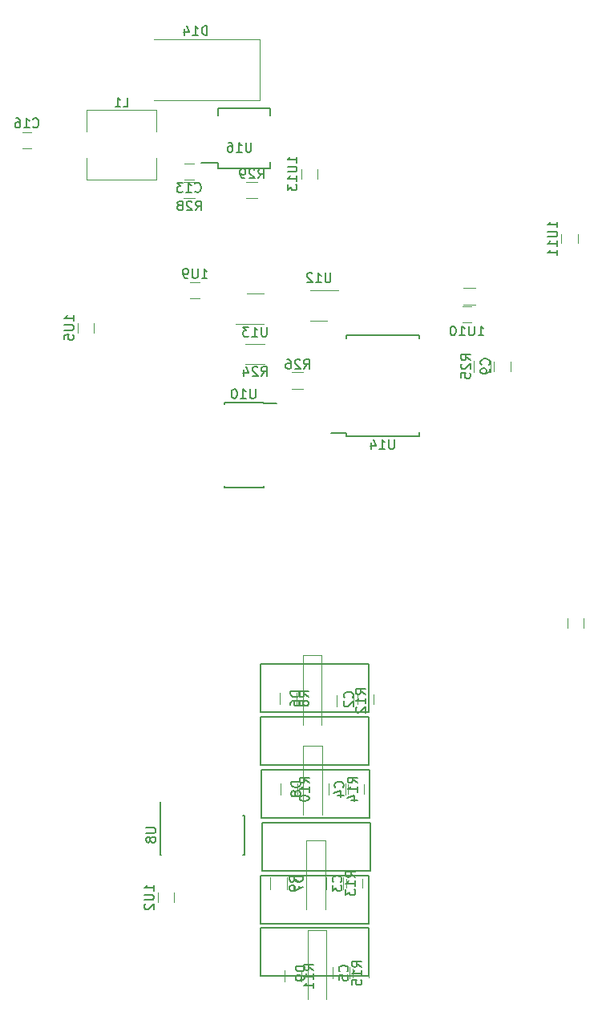
<source format=gbr>
%TF.GenerationSoftware,KiCad,Pcbnew,4.0.7*%
%TF.CreationDate,2018-02-26T11:47:00+01:00*%
%TF.ProjectId,dispenser,64697370656E7365722E6B696361645F,A*%
%TF.FileFunction,Legend,Bot*%
%FSLAX46Y46*%
G04 Gerber Fmt 4.6, Leading zero omitted, Abs format (unit mm)*
G04 Created by KiCad (PCBNEW 4.0.7) date 02/26/18 11:47:00*
%MOMM*%
%LPD*%
G01*
G04 APERTURE LIST*
%ADD10C,0.100000*%
%ADD11C,0.150000*%
%ADD12C,0.120000*%
G04 APERTURE END LIST*
D10*
D11*
X43429000Y27382000D02*
X54859000Y27382000D01*
X54859000Y27382000D02*
X54859000Y22302000D01*
X54859000Y22302000D02*
X43429000Y22302000D01*
X43429000Y22302000D02*
X43429000Y27382000D01*
D12*
X32491000Y13420000D02*
X32491000Y14420000D01*
X34191000Y14420000D02*
X34191000Y13420000D01*
X24032800Y73567200D02*
X24032800Y74567200D01*
X25732800Y74567200D02*
X25732800Y73567200D01*
X35889000Y78841500D02*
X36889000Y78841500D01*
X36889000Y77141500D02*
X35889000Y77141500D01*
X65616400Y74588800D02*
X64616400Y74588800D01*
X64616400Y76288800D02*
X65616400Y76288800D01*
X75099500Y82972500D02*
X75099500Y83972500D01*
X76799500Y83972500D02*
X76799500Y82972500D01*
X75734500Y42376000D02*
X75734500Y43376000D01*
X77434500Y43376000D02*
X77434500Y42376000D01*
X53547600Y34349600D02*
X53547600Y35349600D01*
X55247600Y35349600D02*
X55247600Y34349600D01*
X52340921Y14899361D02*
X52340921Y15899361D01*
X54040921Y15899361D02*
X54040921Y14899361D01*
X52548898Y24861858D02*
X52548898Y25861858D01*
X54248898Y25861858D02*
X54248898Y24861858D01*
X53012577Y5428629D02*
X53012577Y6428629D01*
X54712577Y6428629D02*
X54712577Y5428629D01*
X67987500Y69490500D02*
X67987500Y70490500D01*
X69687500Y70490500D02*
X69687500Y69490500D01*
X47768421Y32154769D02*
X47768421Y39454769D01*
X47768421Y39454769D02*
X49768421Y39454769D01*
X49768421Y39454769D02*
X49768421Y32154769D01*
X48126921Y12649361D02*
X48126921Y19949361D01*
X48126921Y19949361D02*
X50126921Y19949361D01*
X50126921Y19949361D02*
X50126921Y12649361D01*
X47826898Y22611858D02*
X47826898Y29911858D01*
X47826898Y29911858D02*
X49826898Y29911858D01*
X49826898Y29911858D02*
X49826898Y22611858D01*
X48290577Y3178629D02*
X48290577Y10478629D01*
X48290577Y10478629D02*
X50290577Y10478629D01*
X50290577Y10478629D02*
X50290577Y3178629D01*
X45348421Y35504769D02*
X45348421Y34304769D01*
X47108421Y34304769D02*
X47108421Y35504769D01*
X44320000Y15999361D02*
X44320000Y14799361D01*
X46080000Y14799361D02*
X46080000Y15999361D01*
X45406898Y25961858D02*
X45406898Y24761858D01*
X47166898Y24761858D02*
X47166898Y25961858D01*
X45870577Y6194629D02*
X45870577Y4994629D01*
X47630577Y4994629D02*
X47630577Y6194629D01*
X51333200Y35297200D02*
X51333200Y34097200D01*
X53093200Y34097200D02*
X53093200Y35297200D01*
X50278921Y15999361D02*
X50278921Y14799361D01*
X52038921Y14799361D02*
X52038921Y15999361D01*
X50486898Y25961858D02*
X50486898Y24761858D01*
X52246898Y24761858D02*
X52246898Y25961858D01*
X50950577Y6528629D02*
X50950577Y5328629D01*
X52710577Y5328629D02*
X52710577Y6528629D01*
X43739000Y72330500D02*
X41739000Y72330500D01*
X41739000Y70190500D02*
X43739000Y70190500D01*
X67622000Y69390500D02*
X67622000Y70590500D01*
X65862000Y70590500D02*
X65862000Y69390500D01*
X46631000Y67586500D02*
X47831000Y67586500D01*
X47831000Y69346500D02*
X46631000Y69346500D01*
X65970400Y78249200D02*
X64770400Y78249200D01*
X64770400Y76489200D02*
X65970400Y76489200D01*
D11*
X43501000Y21794000D02*
X54931000Y21794000D01*
X54931000Y21794000D02*
X54931000Y16714000D01*
X54931000Y16714000D02*
X43501000Y16714000D01*
X43501000Y16714000D02*
X43501000Y21794000D01*
X54749000Y33478000D02*
X43319000Y33478000D01*
X43319000Y33478000D02*
X43319000Y38558000D01*
X43319000Y38558000D02*
X54749000Y38558000D01*
X54749000Y38558000D02*
X54749000Y33478000D01*
X54749000Y11126000D02*
X43319000Y11126000D01*
X43319000Y11126000D02*
X43319000Y16206000D01*
X43319000Y16206000D02*
X54749000Y16206000D01*
X54749000Y16206000D02*
X54749000Y11126000D01*
X54749000Y27890000D02*
X43319000Y27890000D01*
X43319000Y27890000D02*
X43319000Y32970000D01*
X43319000Y32970000D02*
X54749000Y32970000D01*
X54749000Y32970000D02*
X54749000Y27890000D01*
X54749000Y5665000D02*
X43319000Y5665000D01*
X43319000Y5665000D02*
X43319000Y10745000D01*
X43319000Y10745000D02*
X54749000Y10745000D01*
X54749000Y10745000D02*
X54749000Y5665000D01*
X32701000Y22599000D02*
X32726000Y22599000D01*
X32701000Y18449000D02*
X32816000Y18449000D01*
X41601000Y18449000D02*
X41486000Y18449000D01*
X41601000Y22599000D02*
X41486000Y22599000D01*
X32701000Y22599000D02*
X32701000Y18449000D01*
X41601000Y22599000D02*
X41601000Y18449000D01*
X32726000Y22599000D02*
X32726000Y23974000D01*
X43607500Y66122000D02*
X43607500Y66097000D01*
X39457500Y66122000D02*
X39457500Y66007000D01*
X39457500Y57222000D02*
X39457500Y57337000D01*
X43607500Y57222000D02*
X43607500Y57337000D01*
X43607500Y66122000D02*
X39457500Y66122000D01*
X43607500Y57222000D02*
X39457500Y57222000D01*
X43607500Y66097000D02*
X44982500Y66097000D01*
D12*
X50370000Y74794000D02*
X48570000Y74794000D01*
X48570000Y78014000D02*
X51520000Y78014000D01*
X41839000Y77696500D02*
X43639000Y77696500D01*
X43639000Y74476500D02*
X40689000Y74476500D01*
D11*
X52326000Y62633500D02*
X52326000Y62908500D01*
X60076000Y62633500D02*
X60076000Y62988500D01*
X60076000Y73283500D02*
X60076000Y72928500D01*
X52326000Y73283500D02*
X52326000Y72928500D01*
X52326000Y62633500D02*
X60076000Y62633500D01*
X52326000Y73283500D02*
X60076000Y73283500D01*
X52326000Y62908500D02*
X50801000Y62908500D01*
D12*
X47604000Y89823200D02*
X47604000Y90823200D01*
X49304000Y90823200D02*
X49304000Y89823200D01*
X36254000Y89727200D02*
X35254000Y89727200D01*
X35254000Y91427200D02*
X36254000Y91427200D01*
X18134400Y94729200D02*
X19134400Y94729200D01*
X19134400Y93029200D02*
X18134400Y93029200D01*
X43252500Y98046000D02*
X43252500Y104546000D01*
X43252500Y98046000D02*
X32052500Y98046000D01*
X43252500Y104546000D02*
X32052500Y104546000D01*
X24942000Y91971200D02*
X24942000Y89671200D01*
X24942000Y89671200D02*
X32342000Y89671200D01*
X32342000Y89671200D02*
X32342000Y91971200D01*
X32342000Y94771200D02*
X32342000Y97071200D01*
X32342000Y97071200D02*
X24942000Y97071200D01*
X24942000Y97071200D02*
X24942000Y94771200D01*
X36404800Y89476000D02*
X35204800Y89476000D01*
X35204800Y87716000D02*
X36404800Y87716000D01*
X41808800Y87716000D02*
X43008800Y87716000D01*
X43008800Y89476000D02*
X41808800Y89476000D01*
D11*
X38782500Y90852000D02*
X38782500Y91507000D01*
X44282500Y90852000D02*
X44282500Y91602000D01*
X44282500Y97262000D02*
X44282500Y96512000D01*
X38782500Y97262000D02*
X38782500Y96512000D01*
X38782500Y90852000D02*
X44282500Y90852000D01*
X38782500Y97262000D02*
X44282500Y97262000D01*
X38782500Y91507000D02*
X37032500Y91507000D01*
X32043381Y14634285D02*
X32043381Y15205714D01*
X32043381Y14920000D02*
X31043381Y14920000D01*
X31186238Y15015238D01*
X31281476Y15110476D01*
X31329095Y15205714D01*
X31043381Y14205714D02*
X31852905Y14205714D01*
X31948143Y14158095D01*
X31995762Y14110476D01*
X32043381Y14015238D01*
X32043381Y13824761D01*
X31995762Y13729523D01*
X31948143Y13681904D01*
X31852905Y13634285D01*
X31043381Y13634285D01*
X31138619Y13205714D02*
X31091000Y13158095D01*
X31043381Y13062857D01*
X31043381Y12824761D01*
X31091000Y12729523D01*
X31138619Y12681904D01*
X31233857Y12634285D01*
X31329095Y12634285D01*
X31471952Y12681904D01*
X32043381Y13253333D01*
X32043381Y12634285D01*
X23585181Y74781485D02*
X23585181Y75352914D01*
X23585181Y75067200D02*
X22585181Y75067200D01*
X22728038Y75162438D01*
X22823276Y75257676D01*
X22870895Y75352914D01*
X22585181Y74352914D02*
X23394705Y74352914D01*
X23489943Y74305295D01*
X23537562Y74257676D01*
X23585181Y74162438D01*
X23585181Y73971961D01*
X23537562Y73876723D01*
X23489943Y73829104D01*
X23394705Y73781485D01*
X22585181Y73781485D01*
X22585181Y72829104D02*
X22585181Y73305295D01*
X23061371Y73352914D01*
X23013752Y73305295D01*
X22966133Y73210057D01*
X22966133Y72971961D01*
X23013752Y72876723D01*
X23061371Y72829104D01*
X23156610Y72781485D01*
X23394705Y72781485D01*
X23489943Y72829104D01*
X23537562Y72876723D01*
X23585181Y72971961D01*
X23585181Y73210057D01*
X23537562Y73305295D01*
X23489943Y73352914D01*
X37103285Y79289119D02*
X37674714Y79289119D01*
X37389000Y79289119D02*
X37389000Y80289119D01*
X37484238Y80146262D01*
X37579476Y80051024D01*
X37674714Y80003405D01*
X36674714Y80289119D02*
X36674714Y79479595D01*
X36627095Y79384357D01*
X36579476Y79336738D01*
X36484238Y79289119D01*
X36293761Y79289119D01*
X36198523Y79336738D01*
X36150904Y79384357D01*
X36103285Y79479595D01*
X36103285Y80289119D01*
X35579476Y79289119D02*
X35389000Y79289119D01*
X35293761Y79336738D01*
X35246142Y79384357D01*
X35150904Y79527214D01*
X35103285Y79717690D01*
X35103285Y80098643D01*
X35150904Y80193881D01*
X35198523Y80241500D01*
X35293761Y80289119D01*
X35484238Y80289119D01*
X35579476Y80241500D01*
X35627095Y80193881D01*
X35674714Y80098643D01*
X35674714Y79860548D01*
X35627095Y79765310D01*
X35579476Y79717690D01*
X35484238Y79670071D01*
X35293761Y79670071D01*
X35198523Y79717690D01*
X35150904Y79765310D01*
X35103285Y79860548D01*
X66306876Y73236419D02*
X66878305Y73236419D01*
X66592591Y73236419D02*
X66592591Y74236419D01*
X66687829Y74093562D01*
X66783067Y73998324D01*
X66878305Y73950705D01*
X65878305Y74236419D02*
X65878305Y73426895D01*
X65830686Y73331657D01*
X65783067Y73284038D01*
X65687829Y73236419D01*
X65497352Y73236419D01*
X65402114Y73284038D01*
X65354495Y73331657D01*
X65306876Y73426895D01*
X65306876Y74236419D01*
X64306876Y73236419D02*
X64878305Y73236419D01*
X64592591Y73236419D02*
X64592591Y74236419D01*
X64687829Y74093562D01*
X64783067Y73998324D01*
X64878305Y73950705D01*
X63687829Y74236419D02*
X63592590Y74236419D01*
X63497352Y74188800D01*
X63449733Y74141181D01*
X63402114Y74045943D01*
X63354495Y73855467D01*
X63354495Y73617371D01*
X63402114Y73426895D01*
X63449733Y73331657D01*
X63497352Y73284038D01*
X63592590Y73236419D01*
X63687829Y73236419D01*
X63783067Y73284038D01*
X63830686Y73331657D01*
X63878305Y73426895D01*
X63925924Y73617371D01*
X63925924Y73855467D01*
X63878305Y74045943D01*
X63830686Y74141181D01*
X63783067Y74188800D01*
X63687829Y74236419D01*
X74651881Y84662976D02*
X74651881Y85234405D01*
X74651881Y84948691D02*
X73651881Y84948691D01*
X73794738Y85043929D01*
X73889976Y85139167D01*
X73937595Y85234405D01*
X73651881Y84234405D02*
X74461405Y84234405D01*
X74556643Y84186786D01*
X74604262Y84139167D01*
X74651881Y84043929D01*
X74651881Y83853452D01*
X74604262Y83758214D01*
X74556643Y83710595D01*
X74461405Y83662976D01*
X73651881Y83662976D01*
X74651881Y82662976D02*
X74651881Y83234405D01*
X74651881Y82948691D02*
X73651881Y82948691D01*
X73794738Y83043929D01*
X73889976Y83139167D01*
X73937595Y83234405D01*
X74651881Y81710595D02*
X74651881Y82282024D01*
X74651881Y81996310D02*
X73651881Y81996310D01*
X73794738Y82091548D01*
X73889976Y82186786D01*
X73937595Y82282024D01*
X53004743Y35016266D02*
X53052362Y35063885D01*
X53099981Y35206742D01*
X53099981Y35301980D01*
X53052362Y35444838D01*
X52957124Y35540076D01*
X52861886Y35587695D01*
X52671410Y35635314D01*
X52528552Y35635314D01*
X52338076Y35587695D01*
X52242838Y35540076D01*
X52147600Y35444838D01*
X52099981Y35301980D01*
X52099981Y35206742D01*
X52147600Y35063885D01*
X52195219Y35016266D01*
X52195219Y34635314D02*
X52147600Y34587695D01*
X52099981Y34492457D01*
X52099981Y34254361D01*
X52147600Y34159123D01*
X52195219Y34111504D01*
X52290457Y34063885D01*
X52385695Y34063885D01*
X52528552Y34111504D01*
X53099981Y34682933D01*
X53099981Y34063885D01*
X51798064Y15566027D02*
X51845683Y15613646D01*
X51893302Y15756503D01*
X51893302Y15851741D01*
X51845683Y15994599D01*
X51750445Y16089837D01*
X51655207Y16137456D01*
X51464731Y16185075D01*
X51321873Y16185075D01*
X51131397Y16137456D01*
X51036159Y16089837D01*
X50940921Y15994599D01*
X50893302Y15851741D01*
X50893302Y15756503D01*
X50940921Y15613646D01*
X50988540Y15566027D01*
X50893302Y15232694D02*
X50893302Y14613646D01*
X51274254Y14946980D01*
X51274254Y14804122D01*
X51321873Y14708884D01*
X51369492Y14661265D01*
X51464731Y14613646D01*
X51702826Y14613646D01*
X51798064Y14661265D01*
X51845683Y14708884D01*
X51893302Y14804122D01*
X51893302Y15089837D01*
X51845683Y15185075D01*
X51798064Y15232694D01*
X52006041Y25528524D02*
X52053660Y25576143D01*
X52101279Y25719000D01*
X52101279Y25814238D01*
X52053660Y25957096D01*
X51958422Y26052334D01*
X51863184Y26099953D01*
X51672708Y26147572D01*
X51529850Y26147572D01*
X51339374Y26099953D01*
X51244136Y26052334D01*
X51148898Y25957096D01*
X51101279Y25814238D01*
X51101279Y25719000D01*
X51148898Y25576143D01*
X51196517Y25528524D01*
X51434612Y24671381D02*
X52101279Y24671381D01*
X51053660Y24909477D02*
X51767946Y25147572D01*
X51767946Y24528524D01*
X52469720Y6095295D02*
X52517339Y6142914D01*
X52564958Y6285771D01*
X52564958Y6381009D01*
X52517339Y6523867D01*
X52422101Y6619105D01*
X52326863Y6666724D01*
X52136387Y6714343D01*
X51993529Y6714343D01*
X51803053Y6666724D01*
X51707815Y6619105D01*
X51612577Y6523867D01*
X51564958Y6381009D01*
X51564958Y6285771D01*
X51612577Y6142914D01*
X51660196Y6095295D01*
X51564958Y5190533D02*
X51564958Y5666724D01*
X52041148Y5714343D01*
X51993529Y5666724D01*
X51945910Y5571486D01*
X51945910Y5333390D01*
X51993529Y5238152D01*
X52041148Y5190533D01*
X52136387Y5142914D01*
X52374482Y5142914D01*
X52469720Y5190533D01*
X52517339Y5238152D01*
X52564958Y5333390D01*
X52564958Y5571486D01*
X52517339Y5666724D01*
X52469720Y5714343D01*
X67444643Y70157166D02*
X67492262Y70204785D01*
X67539881Y70347642D01*
X67539881Y70442880D01*
X67492262Y70585738D01*
X67397024Y70680976D01*
X67301786Y70728595D01*
X67111310Y70776214D01*
X66968452Y70776214D01*
X66777976Y70728595D01*
X66682738Y70680976D01*
X66587500Y70585738D01*
X66539881Y70442880D01*
X66539881Y70347642D01*
X66587500Y70204785D01*
X66635119Y70157166D01*
X67539881Y69680976D02*
X67539881Y69490500D01*
X67492262Y69395261D01*
X67444643Y69347642D01*
X67301786Y69252404D01*
X67111310Y69204785D01*
X66730357Y69204785D01*
X66635119Y69252404D01*
X66587500Y69300023D01*
X66539881Y69395261D01*
X66539881Y69585738D01*
X66587500Y69680976D01*
X66635119Y69728595D01*
X66730357Y69776214D01*
X66968452Y69776214D01*
X67063690Y69728595D01*
X67111310Y69680976D01*
X67158929Y69585738D01*
X67158929Y69395261D01*
X67111310Y69300023D01*
X67063690Y69252404D01*
X66968452Y69204785D01*
X47470802Y35642864D02*
X46470802Y35642864D01*
X46470802Y35404769D01*
X46518421Y35261911D01*
X46613659Y35166673D01*
X46708897Y35119054D01*
X46899373Y35071435D01*
X47042231Y35071435D01*
X47232707Y35119054D01*
X47327945Y35166673D01*
X47423183Y35261911D01*
X47470802Y35404769D01*
X47470802Y35642864D01*
X46470802Y34214292D02*
X46470802Y34404769D01*
X46518421Y34500007D01*
X46566040Y34547626D01*
X46708897Y34642864D01*
X46899373Y34690483D01*
X47280326Y34690483D01*
X47375564Y34642864D01*
X47423183Y34595245D01*
X47470802Y34500007D01*
X47470802Y34309530D01*
X47423183Y34214292D01*
X47375564Y34166673D01*
X47280326Y34119054D01*
X47042231Y34119054D01*
X46946992Y34166673D01*
X46899373Y34214292D01*
X46851754Y34309530D01*
X46851754Y34500007D01*
X46899373Y34595245D01*
X46946992Y34642864D01*
X47042231Y34690483D01*
X47829302Y16137456D02*
X46829302Y16137456D01*
X46829302Y15899361D01*
X46876921Y15756503D01*
X46972159Y15661265D01*
X47067397Y15613646D01*
X47257873Y15566027D01*
X47400731Y15566027D01*
X47591207Y15613646D01*
X47686445Y15661265D01*
X47781683Y15756503D01*
X47829302Y15899361D01*
X47829302Y16137456D01*
X46829302Y15232694D02*
X46829302Y14566027D01*
X47829302Y14994599D01*
X47529279Y26099953D02*
X46529279Y26099953D01*
X46529279Y25861858D01*
X46576898Y25719000D01*
X46672136Y25623762D01*
X46767374Y25576143D01*
X46957850Y25528524D01*
X47100708Y25528524D01*
X47291184Y25576143D01*
X47386422Y25623762D01*
X47481660Y25719000D01*
X47529279Y25861858D01*
X47529279Y26099953D01*
X46957850Y24957096D02*
X46910231Y25052334D01*
X46862612Y25099953D01*
X46767374Y25147572D01*
X46719755Y25147572D01*
X46624517Y25099953D01*
X46576898Y25052334D01*
X46529279Y24957096D01*
X46529279Y24766619D01*
X46576898Y24671381D01*
X46624517Y24623762D01*
X46719755Y24576143D01*
X46767374Y24576143D01*
X46862612Y24623762D01*
X46910231Y24671381D01*
X46957850Y24766619D01*
X46957850Y24957096D01*
X47005469Y25052334D01*
X47053088Y25099953D01*
X47148327Y25147572D01*
X47338803Y25147572D01*
X47434041Y25099953D01*
X47481660Y25052334D01*
X47529279Y24957096D01*
X47529279Y24766619D01*
X47481660Y24671381D01*
X47434041Y24623762D01*
X47338803Y24576143D01*
X47148327Y24576143D01*
X47053088Y24623762D01*
X47005469Y24671381D01*
X46957850Y24766619D01*
X47992958Y6666724D02*
X46992958Y6666724D01*
X46992958Y6428629D01*
X47040577Y6285771D01*
X47135815Y6190533D01*
X47231053Y6142914D01*
X47421529Y6095295D01*
X47564387Y6095295D01*
X47754863Y6142914D01*
X47850101Y6190533D01*
X47945339Y6285771D01*
X47992958Y6428629D01*
X47992958Y6666724D01*
X47992958Y5619105D02*
X47992958Y5428629D01*
X47945339Y5333390D01*
X47897720Y5285771D01*
X47754863Y5190533D01*
X47564387Y5142914D01*
X47183434Y5142914D01*
X47088196Y5190533D01*
X47040577Y5238152D01*
X46992958Y5333390D01*
X46992958Y5523867D01*
X47040577Y5619105D01*
X47088196Y5666724D01*
X47183434Y5714343D01*
X47421529Y5714343D01*
X47516767Y5666724D01*
X47564387Y5619105D01*
X47612006Y5523867D01*
X47612006Y5333390D01*
X47564387Y5238152D01*
X47516767Y5190533D01*
X47421529Y5142914D01*
X48380802Y35071435D02*
X47904611Y35404769D01*
X48380802Y35642864D02*
X47380802Y35642864D01*
X47380802Y35261911D01*
X47428421Y35166673D01*
X47476040Y35119054D01*
X47571278Y35071435D01*
X47714135Y35071435D01*
X47809373Y35119054D01*
X47856992Y35166673D01*
X47904611Y35261911D01*
X47904611Y35642864D01*
X47809373Y34500007D02*
X47761754Y34595245D01*
X47714135Y34642864D01*
X47618897Y34690483D01*
X47571278Y34690483D01*
X47476040Y34642864D01*
X47428421Y34595245D01*
X47380802Y34500007D01*
X47380802Y34309530D01*
X47428421Y34214292D01*
X47476040Y34166673D01*
X47571278Y34119054D01*
X47618897Y34119054D01*
X47714135Y34166673D01*
X47761754Y34214292D01*
X47809373Y34309530D01*
X47809373Y34500007D01*
X47856992Y34595245D01*
X47904611Y34642864D01*
X47999850Y34690483D01*
X48190326Y34690483D01*
X48285564Y34642864D01*
X48333183Y34595245D01*
X48380802Y34500007D01*
X48380802Y34309530D01*
X48333183Y34214292D01*
X48285564Y34166673D01*
X48190326Y34119054D01*
X47999850Y34119054D01*
X47904611Y34166673D01*
X47856992Y34214292D01*
X47809373Y34309530D01*
X47352381Y15566027D02*
X46876190Y15899361D01*
X47352381Y16137456D02*
X46352381Y16137456D01*
X46352381Y15756503D01*
X46400000Y15661265D01*
X46447619Y15613646D01*
X46542857Y15566027D01*
X46685714Y15566027D01*
X46780952Y15613646D01*
X46828571Y15661265D01*
X46876190Y15756503D01*
X46876190Y16137456D01*
X47352381Y15089837D02*
X47352381Y14899361D01*
X47304762Y14804122D01*
X47257143Y14756503D01*
X47114286Y14661265D01*
X46923810Y14613646D01*
X46542857Y14613646D01*
X46447619Y14661265D01*
X46400000Y14708884D01*
X46352381Y14804122D01*
X46352381Y14994599D01*
X46400000Y15089837D01*
X46447619Y15137456D01*
X46542857Y15185075D01*
X46780952Y15185075D01*
X46876190Y15137456D01*
X46923810Y15089837D01*
X46971429Y14994599D01*
X46971429Y14804122D01*
X46923810Y14708884D01*
X46876190Y14661265D01*
X46780952Y14613646D01*
X48439279Y26004715D02*
X47963088Y26338049D01*
X48439279Y26576144D02*
X47439279Y26576144D01*
X47439279Y26195191D01*
X47486898Y26099953D01*
X47534517Y26052334D01*
X47629755Y26004715D01*
X47772612Y26004715D01*
X47867850Y26052334D01*
X47915469Y26099953D01*
X47963088Y26195191D01*
X47963088Y26576144D01*
X48439279Y25052334D02*
X48439279Y25623763D01*
X48439279Y25338049D02*
X47439279Y25338049D01*
X47582136Y25433287D01*
X47677374Y25528525D01*
X47724993Y25623763D01*
X47439279Y24433287D02*
X47439279Y24338048D01*
X47486898Y24242810D01*
X47534517Y24195191D01*
X47629755Y24147572D01*
X47820231Y24099953D01*
X48058327Y24099953D01*
X48248803Y24147572D01*
X48344041Y24195191D01*
X48391660Y24242810D01*
X48439279Y24338048D01*
X48439279Y24433287D01*
X48391660Y24528525D01*
X48344041Y24576144D01*
X48248803Y24623763D01*
X48058327Y24671382D01*
X47820231Y24671382D01*
X47629755Y24623763D01*
X47534517Y24576144D01*
X47486898Y24528525D01*
X47439279Y24433287D01*
X48902958Y6237486D02*
X48426767Y6570820D01*
X48902958Y6808915D02*
X47902958Y6808915D01*
X47902958Y6427962D01*
X47950577Y6332724D01*
X47998196Y6285105D01*
X48093434Y6237486D01*
X48236291Y6237486D01*
X48331529Y6285105D01*
X48379148Y6332724D01*
X48426767Y6427962D01*
X48426767Y6808915D01*
X48902958Y5285105D02*
X48902958Y5856534D01*
X48902958Y5570820D02*
X47902958Y5570820D01*
X48045815Y5666058D01*
X48141053Y5761296D01*
X48188672Y5856534D01*
X48902958Y4332724D02*
X48902958Y4904153D01*
X48902958Y4618439D02*
X47902958Y4618439D01*
X48045815Y4713677D01*
X48141053Y4808915D01*
X48188672Y4904153D01*
X54365581Y35340057D02*
X53889390Y35673391D01*
X54365581Y35911486D02*
X53365581Y35911486D01*
X53365581Y35530533D01*
X53413200Y35435295D01*
X53460819Y35387676D01*
X53556057Y35340057D01*
X53698914Y35340057D01*
X53794152Y35387676D01*
X53841771Y35435295D01*
X53889390Y35530533D01*
X53889390Y35911486D01*
X54365581Y34387676D02*
X54365581Y34959105D01*
X54365581Y34673391D02*
X53365581Y34673391D01*
X53508438Y34768629D01*
X53603676Y34863867D01*
X53651295Y34959105D01*
X53460819Y34006724D02*
X53413200Y33959105D01*
X53365581Y33863867D01*
X53365581Y33625771D01*
X53413200Y33530533D01*
X53460819Y33482914D01*
X53556057Y33435295D01*
X53651295Y33435295D01*
X53794152Y33482914D01*
X54365581Y34054343D01*
X54365581Y33435295D01*
X53311302Y16042218D02*
X52835111Y16375552D01*
X53311302Y16613647D02*
X52311302Y16613647D01*
X52311302Y16232694D01*
X52358921Y16137456D01*
X52406540Y16089837D01*
X52501778Y16042218D01*
X52644635Y16042218D01*
X52739873Y16089837D01*
X52787492Y16137456D01*
X52835111Y16232694D01*
X52835111Y16613647D01*
X53311302Y15089837D02*
X53311302Y15661266D01*
X53311302Y15375552D02*
X52311302Y15375552D01*
X52454159Y15470790D01*
X52549397Y15566028D01*
X52597016Y15661266D01*
X52311302Y14756504D02*
X52311302Y14137456D01*
X52692254Y14470790D01*
X52692254Y14327932D01*
X52739873Y14232694D01*
X52787492Y14185075D01*
X52882731Y14137456D01*
X53120826Y14137456D01*
X53216064Y14185075D01*
X53263683Y14232694D01*
X53311302Y14327932D01*
X53311302Y14613647D01*
X53263683Y14708885D01*
X53216064Y14756504D01*
X53519279Y26004715D02*
X53043088Y26338049D01*
X53519279Y26576144D02*
X52519279Y26576144D01*
X52519279Y26195191D01*
X52566898Y26099953D01*
X52614517Y26052334D01*
X52709755Y26004715D01*
X52852612Y26004715D01*
X52947850Y26052334D01*
X52995469Y26099953D01*
X53043088Y26195191D01*
X53043088Y26576144D01*
X53519279Y25052334D02*
X53519279Y25623763D01*
X53519279Y25338049D02*
X52519279Y25338049D01*
X52662136Y25433287D01*
X52757374Y25528525D01*
X52804993Y25623763D01*
X52852612Y24195191D02*
X53519279Y24195191D01*
X52471660Y24433287D02*
X53185946Y24671382D01*
X53185946Y24052334D01*
X53982958Y6571486D02*
X53506767Y6904820D01*
X53982958Y7142915D02*
X52982958Y7142915D01*
X52982958Y6761962D01*
X53030577Y6666724D01*
X53078196Y6619105D01*
X53173434Y6571486D01*
X53316291Y6571486D01*
X53411529Y6619105D01*
X53459148Y6666724D01*
X53506767Y6761962D01*
X53506767Y7142915D01*
X53982958Y5619105D02*
X53982958Y6190534D01*
X53982958Y5904820D02*
X52982958Y5904820D01*
X53125815Y6000058D01*
X53221053Y6095296D01*
X53268672Y6190534D01*
X52982958Y4714343D02*
X52982958Y5190534D01*
X53459148Y5238153D01*
X53411529Y5190534D01*
X53363910Y5095296D01*
X53363910Y4857200D01*
X53411529Y4761962D01*
X53459148Y4714343D01*
X53554387Y4666724D01*
X53792482Y4666724D01*
X53887720Y4714343D01*
X53935339Y4761962D01*
X53982958Y4857200D01*
X53982958Y5095296D01*
X53935339Y5190534D01*
X53887720Y5238153D01*
X43381857Y68958119D02*
X43715191Y69434310D01*
X43953286Y68958119D02*
X43953286Y69958119D01*
X43572333Y69958119D01*
X43477095Y69910500D01*
X43429476Y69862881D01*
X43381857Y69767643D01*
X43381857Y69624786D01*
X43429476Y69529548D01*
X43477095Y69481929D01*
X43572333Y69434310D01*
X43953286Y69434310D01*
X43000905Y69862881D02*
X42953286Y69910500D01*
X42858048Y69958119D01*
X42619952Y69958119D01*
X42524714Y69910500D01*
X42477095Y69862881D01*
X42429476Y69767643D01*
X42429476Y69672405D01*
X42477095Y69529548D01*
X43048524Y68958119D01*
X42429476Y68958119D01*
X41572333Y69624786D02*
X41572333Y68958119D01*
X41810429Y70005738D02*
X42048524Y69291452D01*
X41429476Y69291452D01*
X65494381Y70633357D02*
X65018190Y70966691D01*
X65494381Y71204786D02*
X64494381Y71204786D01*
X64494381Y70823833D01*
X64542000Y70728595D01*
X64589619Y70680976D01*
X64684857Y70633357D01*
X64827714Y70633357D01*
X64922952Y70680976D01*
X64970571Y70728595D01*
X65018190Y70823833D01*
X65018190Y71204786D01*
X64589619Y70252405D02*
X64542000Y70204786D01*
X64494381Y70109548D01*
X64494381Y69871452D01*
X64542000Y69776214D01*
X64589619Y69728595D01*
X64684857Y69680976D01*
X64780095Y69680976D01*
X64922952Y69728595D01*
X65494381Y70300024D01*
X65494381Y69680976D01*
X64494381Y68776214D02*
X64494381Y69252405D01*
X64970571Y69300024D01*
X64922952Y69252405D01*
X64875333Y69157167D01*
X64875333Y68919071D01*
X64922952Y68823833D01*
X64970571Y68776214D01*
X65065810Y68728595D01*
X65303905Y68728595D01*
X65399143Y68776214D01*
X65446762Y68823833D01*
X65494381Y68919071D01*
X65494381Y69157167D01*
X65446762Y69252405D01*
X65399143Y69300024D01*
X47873857Y69714119D02*
X48207191Y70190310D01*
X48445286Y69714119D02*
X48445286Y70714119D01*
X48064333Y70714119D01*
X47969095Y70666500D01*
X47921476Y70618881D01*
X47873857Y70523643D01*
X47873857Y70380786D01*
X47921476Y70285548D01*
X47969095Y70237929D01*
X48064333Y70190310D01*
X48445286Y70190310D01*
X47492905Y70618881D02*
X47445286Y70666500D01*
X47350048Y70714119D01*
X47111952Y70714119D01*
X47016714Y70666500D01*
X46969095Y70618881D01*
X46921476Y70523643D01*
X46921476Y70428405D01*
X46969095Y70285548D01*
X47540524Y69714119D01*
X46921476Y69714119D01*
X46064333Y70714119D02*
X46254810Y70714119D01*
X46350048Y70666500D01*
X46397667Y70618881D01*
X46492905Y70476024D01*
X46540524Y70285548D01*
X46540524Y69904595D01*
X46492905Y69809357D01*
X46445286Y69761738D01*
X46350048Y69714119D01*
X46159571Y69714119D01*
X46064333Y69761738D01*
X46016714Y69809357D01*
X45969095Y69904595D01*
X45969095Y70142690D01*
X46016714Y70237929D01*
X46064333Y70285548D01*
X46159571Y70333167D01*
X46350048Y70333167D01*
X46445286Y70285548D01*
X46492905Y70237929D01*
X46540524Y70142690D01*
X31228381Y21285905D02*
X32037905Y21285905D01*
X32133143Y21238286D01*
X32180762Y21190667D01*
X32228381Y21095429D01*
X32228381Y20904952D01*
X32180762Y20809714D01*
X32133143Y20762095D01*
X32037905Y20714476D01*
X31228381Y20714476D01*
X31656952Y20095429D02*
X31609333Y20190667D01*
X31561714Y20238286D01*
X31466476Y20285905D01*
X31418857Y20285905D01*
X31323619Y20238286D01*
X31276000Y20190667D01*
X31228381Y20095429D01*
X31228381Y19904952D01*
X31276000Y19809714D01*
X31323619Y19762095D01*
X31418857Y19714476D01*
X31466476Y19714476D01*
X31561714Y19762095D01*
X31609333Y19809714D01*
X31656952Y19904952D01*
X31656952Y20095429D01*
X31704571Y20190667D01*
X31752190Y20238286D01*
X31847429Y20285905D01*
X32037905Y20285905D01*
X32133143Y20238286D01*
X32180762Y20190667D01*
X32228381Y20095429D01*
X32228381Y19904952D01*
X32180762Y19809714D01*
X32133143Y19762095D01*
X32037905Y19714476D01*
X31847429Y19714476D01*
X31752190Y19762095D01*
X31704571Y19809714D01*
X31656952Y19904952D01*
X42770595Y67594619D02*
X42770595Y66785095D01*
X42722976Y66689857D01*
X42675357Y66642238D01*
X42580119Y66594619D01*
X42389642Y66594619D01*
X42294404Y66642238D01*
X42246785Y66689857D01*
X42199166Y66785095D01*
X42199166Y67594619D01*
X41199166Y66594619D02*
X41770595Y66594619D01*
X41484881Y66594619D02*
X41484881Y67594619D01*
X41580119Y67451762D01*
X41675357Y67356524D01*
X41770595Y67308905D01*
X40580119Y67594619D02*
X40484880Y67594619D01*
X40389642Y67547000D01*
X40342023Y67499381D01*
X40294404Y67404143D01*
X40246785Y67213667D01*
X40246785Y66975571D01*
X40294404Y66785095D01*
X40342023Y66689857D01*
X40389642Y66642238D01*
X40484880Y66594619D01*
X40580119Y66594619D01*
X40675357Y66642238D01*
X40722976Y66689857D01*
X40770595Y66785095D01*
X40818214Y66975571D01*
X40818214Y67213667D01*
X40770595Y67404143D01*
X40722976Y67499381D01*
X40675357Y67547000D01*
X40580119Y67594619D01*
X50708095Y79851619D02*
X50708095Y79042095D01*
X50660476Y78946857D01*
X50612857Y78899238D01*
X50517619Y78851619D01*
X50327142Y78851619D01*
X50231904Y78899238D01*
X50184285Y78946857D01*
X50136666Y79042095D01*
X50136666Y79851619D01*
X49136666Y78851619D02*
X49708095Y78851619D01*
X49422381Y78851619D02*
X49422381Y79851619D01*
X49517619Y79708762D01*
X49612857Y79613524D01*
X49708095Y79565905D01*
X48755714Y79756381D02*
X48708095Y79804000D01*
X48612857Y79851619D01*
X48374761Y79851619D01*
X48279523Y79804000D01*
X48231904Y79756381D01*
X48184285Y79661143D01*
X48184285Y79565905D01*
X48231904Y79423048D01*
X48803333Y78851619D01*
X48184285Y78851619D01*
X43977095Y74134119D02*
X43977095Y73324595D01*
X43929476Y73229357D01*
X43881857Y73181738D01*
X43786619Y73134119D01*
X43596142Y73134119D01*
X43500904Y73181738D01*
X43453285Y73229357D01*
X43405666Y73324595D01*
X43405666Y74134119D01*
X42405666Y73134119D02*
X42977095Y73134119D01*
X42691381Y73134119D02*
X42691381Y74134119D01*
X42786619Y73991262D01*
X42881857Y73896024D01*
X42977095Y73848405D01*
X42072333Y74134119D02*
X41453285Y74134119D01*
X41786619Y73753167D01*
X41643761Y73753167D01*
X41548523Y73705548D01*
X41500904Y73657929D01*
X41453285Y73562690D01*
X41453285Y73324595D01*
X41500904Y73229357D01*
X41548523Y73181738D01*
X41643761Y73134119D01*
X41929476Y73134119D01*
X42024714Y73181738D01*
X42072333Y73229357D01*
X57439095Y62256119D02*
X57439095Y61446595D01*
X57391476Y61351357D01*
X57343857Y61303738D01*
X57248619Y61256119D01*
X57058142Y61256119D01*
X56962904Y61303738D01*
X56915285Y61351357D01*
X56867666Y61446595D01*
X56867666Y62256119D01*
X55867666Y61256119D02*
X56439095Y61256119D01*
X56153381Y61256119D02*
X56153381Y62256119D01*
X56248619Y62113262D01*
X56343857Y62018024D01*
X56439095Y61970405D01*
X55010523Y61922786D02*
X55010523Y61256119D01*
X55248619Y62303738D02*
X55486714Y61589452D01*
X54867666Y61589452D01*
X47156381Y91513676D02*
X47156381Y92085105D01*
X47156381Y91799391D02*
X46156381Y91799391D01*
X46299238Y91894629D01*
X46394476Y91989867D01*
X46442095Y92085105D01*
X46156381Y91085105D02*
X46965905Y91085105D01*
X47061143Y91037486D01*
X47108762Y90989867D01*
X47156381Y90894629D01*
X47156381Y90704152D01*
X47108762Y90608914D01*
X47061143Y90561295D01*
X46965905Y90513676D01*
X46156381Y90513676D01*
X47156381Y89513676D02*
X47156381Y90085105D01*
X47156381Y89799391D02*
X46156381Y89799391D01*
X46299238Y89894629D01*
X46394476Y89989867D01*
X46442095Y90085105D01*
X46156381Y89180343D02*
X46156381Y88561295D01*
X46537333Y88894629D01*
X46537333Y88751771D01*
X46584952Y88656533D01*
X46632571Y88608914D01*
X46727810Y88561295D01*
X46965905Y88561295D01*
X47061143Y88608914D01*
X47108762Y88656533D01*
X47156381Y88751771D01*
X47156381Y89037486D01*
X47108762Y89132724D01*
X47061143Y89180343D01*
X36396857Y88470057D02*
X36444476Y88422438D01*
X36587333Y88374819D01*
X36682571Y88374819D01*
X36825429Y88422438D01*
X36920667Y88517676D01*
X36968286Y88612914D01*
X37015905Y88803390D01*
X37015905Y88946248D01*
X36968286Y89136724D01*
X36920667Y89231962D01*
X36825429Y89327200D01*
X36682571Y89374819D01*
X36587333Y89374819D01*
X36444476Y89327200D01*
X36396857Y89279581D01*
X35444476Y88374819D02*
X36015905Y88374819D01*
X35730191Y88374819D02*
X35730191Y89374819D01*
X35825429Y89231962D01*
X35920667Y89136724D01*
X36015905Y89089105D01*
X35111143Y89374819D02*
X34492095Y89374819D01*
X34825429Y88993867D01*
X34682571Y88993867D01*
X34587333Y88946248D01*
X34539714Y88898629D01*
X34492095Y88803390D01*
X34492095Y88565295D01*
X34539714Y88470057D01*
X34587333Y88422438D01*
X34682571Y88374819D01*
X34968286Y88374819D01*
X35063524Y88422438D01*
X35111143Y88470057D01*
X19277257Y95272057D02*
X19324876Y95224438D01*
X19467733Y95176819D01*
X19562971Y95176819D01*
X19705829Y95224438D01*
X19801067Y95319676D01*
X19848686Y95414914D01*
X19896305Y95605390D01*
X19896305Y95748248D01*
X19848686Y95938724D01*
X19801067Y96033962D01*
X19705829Y96129200D01*
X19562971Y96176819D01*
X19467733Y96176819D01*
X19324876Y96129200D01*
X19277257Y96081581D01*
X18324876Y95176819D02*
X18896305Y95176819D01*
X18610591Y95176819D02*
X18610591Y96176819D01*
X18705829Y96033962D01*
X18801067Y95938724D01*
X18896305Y95891105D01*
X17467733Y96176819D02*
X17658210Y96176819D01*
X17753448Y96129200D01*
X17801067Y96081581D01*
X17896305Y95938724D01*
X17943924Y95748248D01*
X17943924Y95367295D01*
X17896305Y95272057D01*
X17848686Y95224438D01*
X17753448Y95176819D01*
X17562971Y95176819D01*
X17467733Y95224438D01*
X17420114Y95272057D01*
X17372495Y95367295D01*
X17372495Y95605390D01*
X17420114Y95700629D01*
X17467733Y95748248D01*
X17562971Y95795867D01*
X17753448Y95795867D01*
X17848686Y95748248D01*
X17896305Y95700629D01*
X17943924Y95605390D01*
X37666786Y104943619D02*
X37666786Y105943619D01*
X37428691Y105943619D01*
X37285833Y105896000D01*
X37190595Y105800762D01*
X37142976Y105705524D01*
X37095357Y105515048D01*
X37095357Y105372190D01*
X37142976Y105181714D01*
X37190595Y105086476D01*
X37285833Y104991238D01*
X37428691Y104943619D01*
X37666786Y104943619D01*
X36142976Y104943619D02*
X36714405Y104943619D01*
X36428691Y104943619D02*
X36428691Y105943619D01*
X36523929Y105800762D01*
X36619167Y105705524D01*
X36714405Y105657905D01*
X35285833Y105610286D02*
X35285833Y104943619D01*
X35523929Y105991238D02*
X35762024Y105276952D01*
X35142976Y105276952D01*
X28808666Y97368819D02*
X29284857Y97368819D01*
X29284857Y98368819D01*
X27951523Y97368819D02*
X28522952Y97368819D01*
X28237238Y97368819D02*
X28237238Y98368819D01*
X28332476Y98225962D01*
X28427714Y98130724D01*
X28522952Y98083105D01*
X36447657Y86443619D02*
X36780991Y86919810D01*
X37019086Y86443619D02*
X37019086Y87443619D01*
X36638133Y87443619D01*
X36542895Y87396000D01*
X36495276Y87348381D01*
X36447657Y87253143D01*
X36447657Y87110286D01*
X36495276Y87015048D01*
X36542895Y86967429D01*
X36638133Y86919810D01*
X37019086Y86919810D01*
X36066705Y87348381D02*
X36019086Y87396000D01*
X35923848Y87443619D01*
X35685752Y87443619D01*
X35590514Y87396000D01*
X35542895Y87348381D01*
X35495276Y87253143D01*
X35495276Y87157905D01*
X35542895Y87015048D01*
X36114324Y86443619D01*
X35495276Y86443619D01*
X34923848Y87015048D02*
X35019086Y87062667D01*
X35066705Y87110286D01*
X35114324Y87205524D01*
X35114324Y87253143D01*
X35066705Y87348381D01*
X35019086Y87396000D01*
X34923848Y87443619D01*
X34733371Y87443619D01*
X34638133Y87396000D01*
X34590514Y87348381D01*
X34542895Y87253143D01*
X34542895Y87205524D01*
X34590514Y87110286D01*
X34638133Y87062667D01*
X34733371Y87015048D01*
X34923848Y87015048D01*
X35019086Y86967429D01*
X35066705Y86919810D01*
X35114324Y86824571D01*
X35114324Y86634095D01*
X35066705Y86538857D01*
X35019086Y86491238D01*
X34923848Y86443619D01*
X34733371Y86443619D01*
X34638133Y86491238D01*
X34590514Y86538857D01*
X34542895Y86634095D01*
X34542895Y86824571D01*
X34590514Y86919810D01*
X34638133Y86967429D01*
X34733371Y87015048D01*
X43051657Y89843619D02*
X43384991Y90319810D01*
X43623086Y89843619D02*
X43623086Y90843619D01*
X43242133Y90843619D01*
X43146895Y90796000D01*
X43099276Y90748381D01*
X43051657Y90653143D01*
X43051657Y90510286D01*
X43099276Y90415048D01*
X43146895Y90367429D01*
X43242133Y90319810D01*
X43623086Y90319810D01*
X42670705Y90748381D02*
X42623086Y90796000D01*
X42527848Y90843619D01*
X42289752Y90843619D01*
X42194514Y90796000D01*
X42146895Y90748381D01*
X42099276Y90653143D01*
X42099276Y90557905D01*
X42146895Y90415048D01*
X42718324Y89843619D01*
X42099276Y89843619D01*
X41623086Y89843619D02*
X41432610Y89843619D01*
X41337371Y89891238D01*
X41289752Y89938857D01*
X41194514Y90081714D01*
X41146895Y90272190D01*
X41146895Y90653143D01*
X41194514Y90748381D01*
X41242133Y90796000D01*
X41337371Y90843619D01*
X41527848Y90843619D01*
X41623086Y90796000D01*
X41670705Y90748381D01*
X41718324Y90653143D01*
X41718324Y90415048D01*
X41670705Y90319810D01*
X41623086Y90272190D01*
X41527848Y90224571D01*
X41337371Y90224571D01*
X41242133Y90272190D01*
X41194514Y90319810D01*
X41146895Y90415048D01*
X42326095Y93614019D02*
X42326095Y92804495D01*
X42278476Y92709257D01*
X42230857Y92661638D01*
X42135619Y92614019D01*
X41945142Y92614019D01*
X41849904Y92661638D01*
X41802285Y92709257D01*
X41754666Y92804495D01*
X41754666Y93614019D01*
X40754666Y92614019D02*
X41326095Y92614019D01*
X41040381Y92614019D02*
X41040381Y93614019D01*
X41135619Y93471162D01*
X41230857Y93375924D01*
X41326095Y93328305D01*
X39897523Y93614019D02*
X40088000Y93614019D01*
X40183238Y93566400D01*
X40230857Y93518781D01*
X40326095Y93375924D01*
X40373714Y93185448D01*
X40373714Y92804495D01*
X40326095Y92709257D01*
X40278476Y92661638D01*
X40183238Y92614019D01*
X39992761Y92614019D01*
X39897523Y92661638D01*
X39849904Y92709257D01*
X39802285Y92804495D01*
X39802285Y93042590D01*
X39849904Y93137829D01*
X39897523Y93185448D01*
X39992761Y93233067D01*
X40183238Y93233067D01*
X40278476Y93185448D01*
X40326095Y93137829D01*
X40373714Y93042590D01*
M02*

</source>
